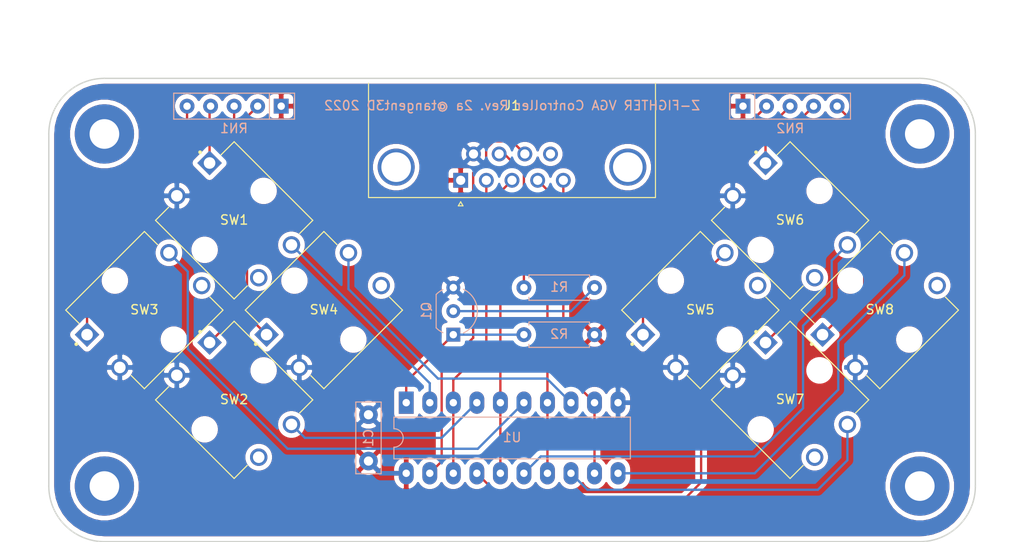
<source format=kicad_pcb>
(kicad_pcb (version 20171130) (host pcbnew 5.1.10)
  (layers (0 F.Cu signal) (31 B.Cu signal) (34 B.Paste user) (35 F.Paste user) (36 B.SilkS user) (37 F.SilkS user) (38 B.Mask user) (39 F.Mask user) (44 Edge.Cuts user))
  (net 0 "")
  (net 1 VCC)
  (net 2 GND)
  (net 3 "Net-(J1-Pad9)")
  (net 4 "Net-(Q1-Pad2)")
  (net 5 "Net-(SW5-Pad4)")
  (net 6 "Net-(SW6-Pad4)")
  (net 7 "Net-(SW1-Pad4)")
  (net 8 "Net-(SW2-Pad4)")
  (net 9 "Net-(SW3-Pad4)")
  (net 10 "Net-(SW4-Pad4)")
  (net 11 PA0)
  (net 12 PA1)
  (net 13 PA2)
  (net 14 PA3)
  (net 15 EN1)
  (net 16 EN2)
  (net 17 ~EN1)
  (net 18 1A1)
  (net 19 1A2)
  (net 20 1A3)
  (net 21 1A4)
  (net 22 2A1)
  (net 23 2A2)
  (net 24 "Net-(SW7-Pad4)")
  (net 25 2A3)
  (net 26 2A4)
  (net 27 "Net-(SW8-Pad4)")
  (net 28 "Net-(RN2-Pad5)")
  (net 29 "Net-(RN2-Pad4)")
  (net 30 "Net-(RN2-Pad3)")
  (net 31 "Net-(RN2-Pad2)")
  (net 32 SW4)
  (net 33 SW2)
  (net 34 SW1)
  (net 35 SW3)
  (module Package_DIP:DIP-20_W7.62mm_LongPads (layer B.Cu) (at 178.575 65 270)
    (fp_text reference U1 (at 3.75 -11.425) (layer B.SilkS) (effects (justify mirror)))
    (fp_text value 74HC241)
    (fp_arc (start 3.81 1.33) (end 2.81 1.33) (angle 180) (layer B.SilkS) (width 0.12))
    (fp_line (start 2.81 1.33) (end 1.56 1.33) (layer B.SilkS) (width 0.12))
    (fp_line (start 1.56 1.33) (end 1.56 -24.19) (layer B.SilkS) (width 0.12))
    (fp_line (start 1.56 -24.19) (end 6.06 -24.19) (layer B.SilkS) (width 0.12))
    (fp_line (start 6.06 -24.19) (end 6.06 1.33) (layer B.SilkS) (width 0.12))
    (fp_line (start 6.06 1.33) (end 4.81 1.33) (layer B.SilkS) (width 0.12))
    (pad 20 thru_hole oval (at 7.62 0 270) (size 2.4 1.6) (drill 0.8) (layers *.Cu *.Mask) (net 1 VCC))
    (pad 10 thru_hole oval (at 0 -22.86 270) (size 2.4 1.6) (drill 0.8) (layers *.Cu *.Mask) (net 2 GND))
    (pad 19 thru_hole oval (at 7.62 -2.54 270) (size 2.4 1.6) (drill 0.8) (layers *.Cu *.Mask) (net 16 EN2))
    (pad 9 thru_hole oval (at 0 -20.32 270) (size 2.4 1.6) (drill 0.8) (layers *.Cu *.Mask) (net 14 PA3))
    (pad 18 thru_hole oval (at 7.62 -5.08 270) (size 2.4 1.6) (drill 0.8) (layers *.Cu *.Mask) (net 11 PA0))
    (pad 8 thru_hole oval (at 0 -17.78 270) (size 2.4 1.6) (drill 0.8) (layers *.Cu *.Mask) (net 21 1A4))
    (pad 17 thru_hole oval (at 7.62 -7.62 270) (size 2.4 1.6) (drill 0.8) (layers *.Cu *.Mask) (net 22 2A1))
    (pad 7 thru_hole oval (at 0 -15.24 270) (size 2.4 1.6) (drill 0.8) (layers *.Cu *.Mask) (net 13 PA2))
    (pad 16 thru_hole oval (at 7.62 -10.16 270) (size 2.4 1.6) (drill 0.8) (layers *.Cu *.Mask) (net 12 PA1))
    (pad 6 thru_hole oval (at 0 -12.7 270) (size 2.4 1.6) (drill 0.8) (layers *.Cu *.Mask) (net 20 1A3))
    (pad 15 thru_hole oval (at 7.62 -12.7 270) (size 2.4 1.6) (drill 0.8) (layers *.Cu *.Mask) (net 23 2A2))
    (pad 5 thru_hole oval (at 0 -10.16 270) (size 2.4 1.6) (drill 0.8) (layers *.Cu *.Mask) (net 12 PA1))
    (pad 14 thru_hole oval (at 7.62 -15.24 270) (size 2.4 1.6) (drill 0.8) (layers *.Cu *.Mask) (net 13 PA2))
    (pad 4 thru_hole oval (at 0 -7.62 270) (size 2.4 1.6) (drill 0.8) (layers *.Cu *.Mask) (net 19 1A2))
    (pad 13 thru_hole oval (at 7.62 -17.78 270) (size 2.4 1.6) (drill 0.8) (layers *.Cu *.Mask) (net 25 2A3))
    (pad 3 thru_hole oval (at 0 -5.08 270) (size 2.4 1.6) (drill 0.8) (layers *.Cu *.Mask) (net 11 PA0))
    (pad 12 thru_hole oval (at 7.62 -20.32 270) (size 2.4 1.6) (drill 0.8) (layers *.Cu *.Mask) (net 14 PA3))
    (pad 2 thru_hole oval (at 0 -2.54 270) (size 2.4 1.6) (drill 0.8) (layers *.Cu *.Mask) (net 18 1A1))
    (pad 11 thru_hole oval (at 7.62 -22.86 270) (size 2.4 1.6) (drill 0.8) (layers *.Cu *.Mask) (net 26 2A4))
    (pad 1 thru_hole rect (at 0 0 270) (size 2.4 1.6) (drill 0.8) (layers *.Cu *.Mask) (net 17 ~EN1))
  )
  (module zf_vga_controller:SW_B3F-4050 (layer F.Cu) (at 210.314393 55.010048 45)
    (fp_text reference SW5 (at 0.033749 -0.033749 180) (layer F.SilkS))
    (fp_text value SW_Push_Dual)
    (fp_line (start -6 -4) (end -6 -6) (layer F.SilkS) (width 0.127))
    (fp_line (start -6 -6) (end 6 -6) (layer F.SilkS) (width 0.127))
    (fp_line (start 6 -6) (end 6 -4) (layer F.SilkS) (width 0.127))
    (fp_line (start -6 4) (end -6 6) (layer F.SilkS) (width 0.127))
    (fp_line (start -6 6) (end 6 6) (layer F.SilkS) (width 0.127))
    (fp_line (start 6 6) (end 6 4) (layer F.SilkS) (width 0.127))
    (fp_circle (center -7.8 -2.6) (end -7.7 -2.6) (layer F.SilkS) (width 0.2))
    (pad None np_thru_hole circle (at 0 4.5 45) (size 1.85 1.85) (drill 1.85) (layers *.Cu *.Mask))
    (pad None np_thru_hole circle (at 0 -4.5 45) (size 1.85 1.85) (drill 1.85) (layers *.Cu *.Mask))
    (pad 4 thru_hole circle (at 6.25 2.5 45) (size 1.875 1.875) (drill 1.25) (layers *.Cu *.Mask) (net 5 "Net-(SW5-Pad4)"))
    (pad 2 thru_hole circle (at 6.25 -2.5 45) (size 1.875 1.875) (drill 1.25) (layers *.Cu *.Mask) (net 22 2A1))
    (pad 3 thru_hole circle (at -6.25 2.5 45) (size 1.875 1.875) (drill 1.25) (layers *.Cu *.Mask) (net 2 GND))
    (pad 1 thru_hole rect (at -6.25 -2.5 45) (size 1.875 1.875) (drill 1.25) (layers *.Cu *.Mask) (net 31 "Net-(RN2-Pad2)"))
  )
  (module zf_vga_controller:SW_B3F-4050 (layer F.Cu) (at 220.001757 45.322685 315)
    (fp_text reference SW6 (at -0.03375 -0.03375) (layer F.SilkS))
    (fp_text value SW_Push_Dual)
    (fp_circle (center -7.8 -2.6) (end -7.7 -2.6) (layer F.SilkS) (width 0.2))
    (fp_line (start 6 6) (end 6 4) (layer F.SilkS) (width 0.127))
    (fp_line (start -6 6) (end 6 6) (layer F.SilkS) (width 0.127))
    (fp_line (start -6 4) (end -6 6) (layer F.SilkS) (width 0.127))
    (fp_line (start 6 -6) (end 6 -4) (layer F.SilkS) (width 0.127))
    (fp_line (start -6 -6) (end 6 -6) (layer F.SilkS) (width 0.127))
    (fp_line (start -6 -4) (end -6 -6) (layer F.SilkS) (width 0.127))
    (pad 1 thru_hole rect (at -6.25 -2.5 315) (size 1.875 1.875) (drill 1.25) (layers *.Cu *.Mask) (net 30 "Net-(RN2-Pad3)"))
    (pad 3 thru_hole circle (at -6.25 2.5 315) (size 1.875 1.875) (drill 1.25) (layers *.Cu *.Mask) (net 2 GND))
    (pad 2 thru_hole circle (at 6.25 -2.5 315) (size 1.875 1.875) (drill 1.25) (layers *.Cu *.Mask) (net 23 2A2))
    (pad 4 thru_hole circle (at 6.25 2.5 315) (size 1.875 1.875) (drill 1.25) (layers *.Cu *.Mask) (net 6 "Net-(SW6-Pad4)"))
    (pad None np_thru_hole circle (at 0 -4.5 315) (size 1.85 1.85) (drill 1.85) (layers *.Cu *.Mask))
    (pad None np_thru_hole circle (at 0 4.5 315) (size 1.85 1.85) (drill 1.85) (layers *.Cu *.Mask))
  )
  (module MountingHole:MountingHole_3.2mm_M3_Pad (layer F.Cu) (at 234 74)
    (fp_text reference Mount1 hide)
    (fp_text value MountingHole_3.2mm_M3_Pad)
    (pad 1 thru_hole circle (at 0 0) (size 6.4 6.4) (drill 3.200001) (layers *.Cu *.Mask))
  )
  (module MountingHole:MountingHole_3.2mm_M3_Pad (layer F.Cu) (at 234 36)
    (fp_text reference Mount1 hide)
    (fp_text value MountingHole_3.2mm_M3_Pad)
    (pad 1 thru_hole circle (at 0 0) (size 6.4 6.4) (drill 3.200001) (layers *.Cu *.Mask))
  )
  (module zf_vga_controller:SW_B3F-4050 (layer F.Cu) (at 160.001757 45.322685 315)
    (fp_text reference SW1 (at -0.03375 -0.03375) (layer F.SilkS))
    (fp_text value SW_Push_Dual)
    (fp_circle (center -7.8 -2.6) (end -7.7 -2.6) (layer F.SilkS) (width 0.2))
    (fp_line (start 6 6) (end 6 4) (layer F.SilkS) (width 0.127))
    (fp_line (start -6 6) (end 6 6) (layer F.SilkS) (width 0.127))
    (fp_line (start -6 4) (end -6 6) (layer F.SilkS) (width 0.127))
    (fp_line (start 6 -6) (end 6 -4) (layer F.SilkS) (width 0.127))
    (fp_line (start -6 -6) (end 6 -6) (layer F.SilkS) (width 0.127))
    (fp_line (start -6 -4) (end -6 -6) (layer F.SilkS) (width 0.127))
    (pad None np_thru_hole circle (at 0 4.5 315) (size 1.85 1.85) (drill 1.85) (layers *.Cu *.Mask))
    (pad None np_thru_hole circle (at 0 -4.5 315) (size 1.85 1.85) (drill 1.85) (layers *.Cu *.Mask))
    (pad 4 thru_hole circle (at 6.25 2.5 315) (size 1.875 1.875) (drill 1.25) (layers *.Cu *.Mask) (net 7 "Net-(SW1-Pad4)"))
    (pad 2 thru_hole circle (at 6.25 -2.5 315) (size 1.875 1.875) (drill 1.25) (layers *.Cu *.Mask) (net 18 1A1))
    (pad 3 thru_hole circle (at -6.25 2.5 315) (size 1.875 1.875) (drill 1.25) (layers *.Cu *.Mask) (net 2 GND))
    (pad 1 thru_hole rect (at -6.25 -2.5 315) (size 1.875 1.875) (drill 1.25) (layers *.Cu *.Mask) (net 34 SW1))
  )
  (module zf_vga_controller:SW_B3F-4050 (layer F.Cu) (at 160.001757 64.697411 315)
    (fp_text reference SW2 (at -0.033749 -0.033749) (layer F.SilkS))
    (fp_text value SW_Push_Dual)
    (fp_line (start -6 -4) (end -6 -6) (layer F.SilkS) (width 0.127))
    (fp_line (start -6 -6) (end 6 -6) (layer F.SilkS) (width 0.127))
    (fp_line (start 6 -6) (end 6 -4) (layer F.SilkS) (width 0.127))
    (fp_line (start -6 4) (end -6 6) (layer F.SilkS) (width 0.127))
    (fp_line (start -6 6) (end 6 6) (layer F.SilkS) (width 0.127))
    (fp_line (start 6 6) (end 6 4) (layer F.SilkS) (width 0.127))
    (fp_circle (center -7.8 -2.6) (end -7.7 -2.6) (layer F.SilkS) (width 0.2))
    (pad 1 thru_hole rect (at -6.25 -2.5 315) (size 1.875 1.875) (drill 1.25) (layers *.Cu *.Mask) (net 33 SW2))
    (pad 3 thru_hole circle (at -6.25 2.5 315) (size 1.875 1.875) (drill 1.25) (layers *.Cu *.Mask) (net 2 GND))
    (pad 2 thru_hole circle (at 6.25 -2.5 315) (size 1.875 1.875) (drill 1.25) (layers *.Cu *.Mask) (net 19 1A2))
    (pad 4 thru_hole circle (at 6.25 2.5 315) (size 1.875 1.875) (drill 1.25) (layers *.Cu *.Mask) (net 8 "Net-(SW2-Pad4)"))
    (pad None np_thru_hole circle (at 0 -4.5 315) (size 1.85 1.85) (drill 1.85) (layers *.Cu *.Mask))
    (pad None np_thru_hole circle (at 0 4.5 315) (size 1.85 1.85) (drill 1.85) (layers *.Cu *.Mask))
  )
  (module zf_vga_controller:SW_B3F-4050 (layer F.Cu) (at 150.314393 55.010048 45)
    (fp_text reference SW3 (at 0.033749 -0.033749 180) (layer F.SilkS))
    (fp_text value SW_Push_Dual)
    (fp_line (start -6 -4) (end -6 -6) (layer F.SilkS) (width 0.127))
    (fp_line (start -6 -6) (end 6 -6) (layer F.SilkS) (width 0.127))
    (fp_line (start 6 -6) (end 6 -4) (layer F.SilkS) (width 0.127))
    (fp_line (start -6 4) (end -6 6) (layer F.SilkS) (width 0.127))
    (fp_line (start -6 6) (end 6 6) (layer F.SilkS) (width 0.127))
    (fp_line (start 6 6) (end 6 4) (layer F.SilkS) (width 0.127))
    (fp_circle (center -7.8 -2.6) (end -7.7 -2.6) (layer F.SilkS) (width 0.2))
    (pad 1 thru_hole rect (at -6.25 -2.5 45) (size 1.875 1.875) (drill 1.25) (layers *.Cu *.Mask) (net 35 SW3))
    (pad 3 thru_hole circle (at -6.25 2.5 45) (size 1.875 1.875) (drill 1.25) (layers *.Cu *.Mask) (net 2 GND))
    (pad 2 thru_hole circle (at 6.25 -2.5 45) (size 1.875 1.875) (drill 1.25) (layers *.Cu *.Mask) (net 20 1A3))
    (pad 4 thru_hole circle (at 6.25 2.5 45) (size 1.875 1.875) (drill 1.25) (layers *.Cu *.Mask) (net 9 "Net-(SW3-Pad4)"))
    (pad None np_thru_hole circle (at 0 -4.5 45) (size 1.85 1.85) (drill 1.85) (layers *.Cu *.Mask))
    (pad None np_thru_hole circle (at 0 4.5 45) (size 1.85 1.85) (drill 1.85) (layers *.Cu *.Mask))
  )
  (module zf_vga_controller:SW_B3F-4050 (layer F.Cu) (at 169.68912 55.010048 45)
    (fp_text reference SW4 (at 0.033749 -0.033749 180) (layer F.SilkS))
    (fp_text value SW_Push_Dual)
    (fp_line (start -6 -4) (end -6 -6) (layer F.SilkS) (width 0.127))
    (fp_line (start -6 -6) (end 6 -6) (layer F.SilkS) (width 0.127))
    (fp_line (start 6 -6) (end 6 -4) (layer F.SilkS) (width 0.127))
    (fp_line (start -6 4) (end -6 6) (layer F.SilkS) (width 0.127))
    (fp_line (start -6 6) (end 6 6) (layer F.SilkS) (width 0.127))
    (fp_line (start 6 6) (end 6 4) (layer F.SilkS) (width 0.127))
    (fp_circle (center -7.8 -2.6) (end -7.7 -2.6) (layer F.SilkS) (width 0.2))
    (pad 1 thru_hole rect (at -6.25 -2.5 45) (size 1.875 1.875) (drill 1.25) (layers *.Cu *.Mask) (net 32 SW4))
    (pad 3 thru_hole circle (at -6.25 2.5 45) (size 1.875 1.875) (drill 1.25) (layers *.Cu *.Mask) (net 2 GND))
    (pad 2 thru_hole circle (at 6.25 -2.5 45) (size 1.875 1.875) (drill 1.25) (layers *.Cu *.Mask) (net 21 1A4))
    (pad 4 thru_hole circle (at 6.25 2.5 45) (size 1.875 1.875) (drill 1.25) (layers *.Cu *.Mask) (net 10 "Net-(SW4-Pad4)"))
    (pad None np_thru_hole circle (at 0 -4.5 45) (size 1.85 1.85) (drill 1.85) (layers *.Cu *.Mask))
    (pad None np_thru_hole circle (at 0 4.5 45) (size 1.85 1.85) (drill 1.85) (layers *.Cu *.Mask))
  )
  (module MountingHole:MountingHole_3.2mm_M3_Pad (layer F.Cu) (at 146 74)
    (fp_text reference Mount1 hide)
    (fp_text value MountingHole_3.2mm_M3_Pad)
    (pad 1 thru_hole circle (at 0 0) (size 6.4 6.4) (drill 3.200001) (layers *.Cu *.Mask))
  )
  (module MountingHole:MountingHole_3.2mm_M3_Pad (layer F.Cu) (at 146 36)
    (fp_text reference Mount1 hide)
    (fp_text value MountingHole_3.2mm_M3_Pad)
    (pad 1 thru_hole circle (at 0 0) (size 6.4 6.4) (drill 3.200001) (layers *.Cu *.Mask))
  )
  (module zf_vga_controller:SW_B3F-4050 (layer F.Cu) (at 220.001757 64.697411 315)
    (fp_text reference SW7 (at -0.04773 -0.04773) (layer F.SilkS))
    (fp_text value SW_Push_Dual)
    (fp_line (start -6 -4) (end -6 -6) (layer F.SilkS) (width 0.127))
    (fp_line (start -6 -6) (end 6 -6) (layer F.SilkS) (width 0.127))
    (fp_line (start 6 -6) (end 6 -4) (layer F.SilkS) (width 0.127))
    (fp_line (start -6 4) (end -6 6) (layer F.SilkS) (width 0.127))
    (fp_line (start -6 6) (end 6 6) (layer F.SilkS) (width 0.127))
    (fp_line (start 6 6) (end 6 4) (layer F.SilkS) (width 0.127))
    (fp_circle (center -7.8 -2.6) (end -7.7 -2.6) (layer F.SilkS) (width 0.2))
    (pad None np_thru_hole circle (at 0 4.5 315) (size 1.85 1.85) (drill 1.85) (layers *.Cu *.Mask))
    (pad None np_thru_hole circle (at 0 -4.5 315) (size 1.85 1.85) (drill 1.85) (layers *.Cu *.Mask))
    (pad 4 thru_hole circle (at 6.25 2.5 315) (size 1.875 1.875) (drill 1.25) (layers *.Cu *.Mask) (net 24 "Net-(SW7-Pad4)"))
    (pad 2 thru_hole circle (at 6.25 -2.5 315) (size 1.875 1.875) (drill 1.25) (layers *.Cu *.Mask) (net 25 2A3))
    (pad 3 thru_hole circle (at -6.25 2.5 315) (size 1.875 1.875) (drill 1.25) (layers *.Cu *.Mask) (net 2 GND))
    (pad 1 thru_hole rect (at -6.25 -2.5 315) (size 1.875 1.875) (drill 1.25) (layers *.Cu *.Mask) (net 29 "Net-(RN2-Pad4)"))
  )
  (module zf_vga_controller:SW_B3F-4050 (layer F.Cu) (at 229.68912 55.010048 45)
    (fp_text reference SW8 (at 0.04773 -0.04773 180) (layer F.SilkS))
    (fp_text value SW_Push_Dual)
    (fp_circle (center -7.8 -2.6) (end -7.7 -2.6) (layer F.SilkS) (width 0.2))
    (fp_line (start 6 6) (end 6 4) (layer F.SilkS) (width 0.127))
    (fp_line (start -6 6) (end 6 6) (layer F.SilkS) (width 0.127))
    (fp_line (start -6 4) (end -6 6) (layer F.SilkS) (width 0.127))
    (fp_line (start 6 -6) (end 6 -4) (layer F.SilkS) (width 0.127))
    (fp_line (start -6 -6) (end 6 -6) (layer F.SilkS) (width 0.127))
    (fp_line (start -6 -4) (end -6 -6) (layer F.SilkS) (width 0.127))
    (pad 1 thru_hole rect (at -6.25 -2.5 45) (size 1.875 1.875) (drill 1.25) (layers *.Cu *.Mask) (net 28 "Net-(RN2-Pad5)"))
    (pad 3 thru_hole circle (at -6.25 2.5 45) (size 1.875 1.875) (drill 1.25) (layers *.Cu *.Mask) (net 2 GND))
    (pad 2 thru_hole circle (at 6.25 -2.5 45) (size 1.875 1.875) (drill 1.25) (layers *.Cu *.Mask) (net 26 2A4))
    (pad 4 thru_hole circle (at 6.25 2.5 45) (size 1.875 1.875) (drill 1.25) (layers *.Cu *.Mask) (net 27 "Net-(SW8-Pad4)"))
    (pad None np_thru_hole circle (at 0 -4.5 45) (size 1.85 1.85) (drill 1.85) (layers *.Cu *.Mask))
    (pad None np_thru_hole circle (at 0 4.5 45) (size 1.85 1.85) (drill 1.85) (layers *.Cu *.Mask))
  )
  (module Capacitor_THT:C_Disc_D7.5mm_W2.5mm_P5.00mm (layer B.Cu) (at 174.5 71.3 90)
    (fp_text reference C1 (at 2.5 0 90) (layer B.SilkS) (effects (justify mirror)))
    (fp_text value 0.1uF)
    (fp_line (start 6.37 1.37) (end 6.37 -1.37) (layer B.SilkS) (width 0.12))
    (fp_line (start -1.37 1.37) (end -1.37 -1.37) (layer B.SilkS) (width 0.12))
    (fp_line (start -1.37 -1.37) (end 6.37 -1.37) (layer B.SilkS) (width 0.12))
    (fp_line (start -1.37 1.37) (end 6.37 1.37) (layer B.SilkS) (width 0.12))
    (pad 2 thru_hole circle (at 5 0 90) (size 2 2) (drill 1) (layers *.Cu *.Mask) (net 2 GND))
    (pad 1 thru_hole circle (at 0 0 90) (size 2 2) (drill 1) (layers *.Cu *.Mask) (net 1 VCC))
  )
  (module Connector_Dsub:DSUB-9_Female_Horizontal_P2.77x2.84mm_EdgePinOffset7.70mm_Housed_MountingHolesOffset9.12mm (layer F.Cu) (at 184.45 41 180)
    (fp_text reference J1 (at -5.55 8.0675) (layer F.SilkS))
    (fp_text value DB9_Female)
    (fp_line (start -21.025 10.48) (end -21.025 -1.86) (layer F.SilkS) (width 0.12))
    (fp_line (start -21.025 -1.86) (end 9.945 -1.86) (layer F.SilkS) (width 0.12))
    (fp_line (start 9.945 -1.86) (end 9.945 10.48) (layer F.SilkS) (width 0.12))
    (fp_line (start -0.25 -2.754338) (end 0.25 -2.754338) (layer F.SilkS) (width 0.12))
    (fp_line (start 0.25 -2.754338) (end 0 -2.321325) (layer F.SilkS) (width 0.12))
    (fp_line (start 0 -2.321325) (end -0.25 -2.754338) (layer F.SilkS) (width 0.12))
    (pad 1 thru_hole rect (at 0 0 180) (size 1.6 1.6) (drill 1) (layers *.Cu *.Mask) (net 1 VCC))
    (pad 2 thru_hole circle (at -2.77 0 180) (size 1.6 1.6) (drill 1) (layers *.Cu *.Mask) (net 11 PA0))
    (pad 3 thru_hole circle (at -5.54 0 180) (size 1.6 1.6) (drill 1) (layers *.Cu *.Mask) (net 12 PA1))
    (pad 4 thru_hole circle (at -8.31 0 180) (size 1.6 1.6) (drill 1) (layers *.Cu *.Mask) (net 13 PA2))
    (pad 5 thru_hole circle (at -11.08 0 180) (size 1.6 1.6) (drill 1) (layers *.Cu *.Mask) (net 14 PA3))
    (pad 6 thru_hole circle (at -1.385 2.84 180) (size 1.6 1.6) (drill 1) (layers *.Cu *.Mask) (net 2 GND))
    (pad 7 thru_hole circle (at -4.155 2.84 180) (size 1.6 1.6) (drill 1) (layers *.Cu *.Mask) (net 15 EN1))
    (pad 8 thru_hole circle (at -6.925 2.84 180) (size 1.6 1.6) (drill 1) (layers *.Cu *.Mask) (net 16 EN2))
    (pad 9 thru_hole circle (at -9.695 2.84 180) (size 1.6 1.6) (drill 1) (layers *.Cu *.Mask) (net 3 "Net-(J1-Pad9)"))
    (pad 0 thru_hole circle (at -18.04 1.42 180) (size 4 4) (drill 3.2) (layers *.Cu *.Mask))
    (pad 0 thru_hole circle (at 6.96 1.42 180) (size 4 4) (drill 3.2) (layers *.Cu *.Mask))
  )
  (module Package_TO_SOT_THT:TO-92_Inline_Wide (layer B.Cu) (at 183.655 57.661698 90)
    (fp_text reference Q1 (at 2.54 -2.905 90) (layer B.SilkS) (effects (justify mirror)))
    (fp_text value BC547)
    (fp_line (start 0.74 -1.85) (end 4.34 -1.85) (layer B.SilkS) (width 0.12))
    (fp_arc (start 2.54 0) (end 0.74 -1.85) (angle -20) (layer B.SilkS) (width 0.12))
    (fp_arc (start 2.54 0) (end 2.54 2.6) (angle 65) (layer B.SilkS) (width 0.12))
    (fp_arc (start 2.54 0) (end 2.54 2.6) (angle -65) (layer B.SilkS) (width 0.12))
    (fp_arc (start 2.54 0) (end 4.34 -1.85) (angle 20) (layer B.SilkS) (width 0.12))
    (pad 2 thru_hole circle (at 2.54 0 90) (size 1.5 1.5) (drill 0.8) (layers *.Cu *.Mask) (net 4 "Net-(Q1-Pad2)"))
    (pad 3 thru_hole circle (at 5.08 0 90) (size 1.5 1.5) (drill 0.8) (layers *.Cu *.Mask) (net 2 GND))
    (pad 1 thru_hole rect (at 0 0 90) (size 1.5 1.5) (drill 0.8) (layers *.Cu *.Mask) (net 17 ~EN1))
  )
  (module Resistor_THT:R_Axial_DIN0207_L6.3mm_D2.5mm_P7.62mm_Horizontal (layer B.Cu) (at 198.895 52.581698 180)
    (fp_text reference R1 (at 3.81 0.0675) (layer B.SilkS) (effects (justify mirror)))
    (fp_text value 1KΩ)
    (fp_line (start 0.54 1.04) (end 0.54 1.37) (layer B.SilkS) (width 0.12))
    (fp_line (start 0.54 1.37) (end 7.08 1.37) (layer B.SilkS) (width 0.12))
    (fp_line (start 7.08 1.37) (end 7.08 1.04) (layer B.SilkS) (width 0.12))
    (fp_line (start 0.54 -1.04) (end 0.54 -1.37) (layer B.SilkS) (width 0.12))
    (fp_line (start 0.54 -1.37) (end 7.08 -1.37) (layer B.SilkS) (width 0.12))
    (fp_line (start 7.08 -1.37) (end 7.08 -1.04) (layer B.SilkS) (width 0.12))
    (pad 1 thru_hole circle (at 0 0 180) (size 1.6 1.6) (drill 0.8) (layers *.Cu *.Mask) (net 4 "Net-(Q1-Pad2)"))
    (pad 2 thru_hole oval (at 7.62 0 180) (size 1.6 1.6) (drill 0.8) (layers *.Cu *.Mask) (net 15 EN1))
  )
  (module Resistor_THT:R_Axial_DIN0207_L6.3mm_D2.5mm_P7.62mm_Horizontal (layer B.Cu) (at 198.895 57.661698 180)
    (fp_text reference R2 (at 3.81 0.0675) (layer B.SilkS) (effects (justify mirror)))
    (fp_text value 1KΩ)
    (fp_line (start 7.08 -1.37) (end 7.08 -1.04) (layer B.SilkS) (width 0.12))
    (fp_line (start 0.54 -1.37) (end 7.08 -1.37) (layer B.SilkS) (width 0.12))
    (fp_line (start 0.54 -1.04) (end 0.54 -1.37) (layer B.SilkS) (width 0.12))
    (fp_line (start 7.08 1.37) (end 7.08 1.04) (layer B.SilkS) (width 0.12))
    (fp_line (start 0.54 1.37) (end 7.08 1.37) (layer B.SilkS) (width 0.12))
    (fp_line (start 0.54 1.04) (end 0.54 1.37) (layer B.SilkS) (width 0.12))
    (pad 2 thru_hole oval (at 7.62 0 180) (size 1.6 1.6) (drill 0.8) (layers *.Cu *.Mask) (net 17 ~EN1))
    (pad 1 thru_hole circle (at 0 0 180) (size 1.6 1.6) (drill 0.8) (layers *.Cu *.Mask) (net 1 VCC))
  )
  (module Resistor_THT:R_Array_SIP5 (layer B.Cu) (at 165.08 33 180)
    (fp_text reference RN1 (at 5.1 -2.4) (layer B.SilkS) (effects (justify mirror)))
    (fp_text value R_Network04)
    (fp_line (start -1.44 1.4) (end -1.44 -1.4) (layer B.SilkS) (width 0.12))
    (fp_line (start -1.44 -1.4) (end 11.6 -1.4) (layer B.SilkS) (width 0.12))
    (fp_line (start 11.6 -1.4) (end 11.6 1.4) (layer B.SilkS) (width 0.12))
    (fp_line (start 11.6 1.4) (end -1.44 1.4) (layer B.SilkS) (width 0.12))
    (fp_line (start 1.27 1.4) (end 1.27 -1.4) (layer B.SilkS) (width 0.12))
    (pad 1 thru_hole rect (at 0 0 180) (size 1.6 1.6) (drill 0.8) (layers *.Cu *.Mask) (net 1 VCC))
    (pad 2 thru_hole oval (at 2.54 0 180) (size 1.6 1.6) (drill 0.8) (layers *.Cu *.Mask) (net 32 SW4))
    (pad 3 thru_hole oval (at 5.08 0 180) (size 1.6 1.6) (drill 0.8) (layers *.Cu *.Mask) (net 33 SW2))
    (pad 4 thru_hole oval (at 7.62 0 180) (size 1.6 1.6) (drill 0.8) (layers *.Cu *.Mask) (net 34 SW1))
    (pad 5 thru_hole oval (at 10.16 0 180) (size 1.6 1.6) (drill 0.8) (layers *.Cu *.Mask) (net 35 SW3))
  )
  (module Resistor_THT:R_Array_SIP5 (layer B.Cu) (at 214.92 33)
    (fp_text reference RN2 (at 5.1 2.4) (layer B.SilkS) (effects (justify mirror)))
    (fp_text value R_Network04)
    (fp_line (start 1.27 1.4) (end 1.27 -1.4) (layer B.SilkS) (width 0.12))
    (fp_line (start 11.6 1.4) (end -1.44 1.4) (layer B.SilkS) (width 0.12))
    (fp_line (start 11.6 -1.4) (end 11.6 1.4) (layer B.SilkS) (width 0.12))
    (fp_line (start -1.44 -1.4) (end 11.6 -1.4) (layer B.SilkS) (width 0.12))
    (fp_line (start -1.44 1.4) (end -1.44 -1.4) (layer B.SilkS) (width 0.12))
    (pad 5 thru_hole oval (at 10.16 0) (size 1.6 1.6) (drill 0.8) (layers *.Cu *.Mask) (net 28 "Net-(RN2-Pad5)"))
    (pad 4 thru_hole oval (at 7.62 0) (size 1.6 1.6) (drill 0.8) (layers *.Cu *.Mask) (net 29 "Net-(RN2-Pad4)"))
    (pad 3 thru_hole oval (at 5.08 0) (size 1.6 1.6) (drill 0.8) (layers *.Cu *.Mask) (net 30 "Net-(RN2-Pad3)"))
    (pad 2 thru_hole oval (at 2.54 0) (size 1.6 1.6) (drill 0.8) (layers *.Cu *.Mask) (net 31 "Net-(RN2-Pad2)"))
    (pad 1 thru_hole rect (at 0 0) (size 1.6 1.6) (drill 0.8) (layers *.Cu *.Mask) (net 1 VCC))
  )
  (gr_text "Z-FIGHTER VGA Controller Rev. 2a @tangent3D 2022" (at 190 32.9325) (layer B.SilkS) (effects (font (size 1 1)) (justify mirror)))
  (gr_arc (start 234 36) (end 240 36) (angle -90) (layer Edge.Cuts) (width 0.15))
  (gr_arc (start 234 74) (end 234 80) (angle -90) (layer Edge.Cuts) (width 0.15))
  (gr_arc (start 146 74) (end 140 74) (angle -90) (layer Edge.Cuts) (width 0.15))
  (gr_arc (start 146 36) (end 146 30) (angle -90) (layer Edge.Cuts) (width 0.15))
  (gr_line (start 140 74) (end 140 36) (layer Edge.Cuts) (width 0.15))
  (gr_line (start 234 80) (end 146 80) (layer Edge.Cuts) (width 0.15))
  (gr_line (start 240 36) (end 240 74) (layer Edge.Cuts) (width 0.15))
  (gr_line (start 146 30) (end 234 30) (layer Edge.Cuts) (width 0.15))
  (segment (start 175.82 72.62) (end 174.5 71.3) (width 0.5) (layer B.Cu) (net 1))
  (segment (start 178.575 72.62) (end 175.82 72.62) (width 0.5) (layer B.Cu) (net 1))
  (segment (start 196.355 55.121698) (end 198.895 52.581698) (width 0.25) (layer B.Cu) (net 4))
  (segment (start 183.655 55.121698) (end 196.355 55.121698) (width 0.25) (layer B.Cu) (net 4))
  (segment (start 183.655 65) (end 183.655 72.62) (width 0.25) (layer F.Cu) (net 11))
  (segment (start 187.22 58.98) (end 187.22 41) (width 0.25) (layer F.Cu) (net 11))
  (segment (start 183.655 62.545) (end 187.22 58.98) (width 0.25) (layer F.Cu) (net 11))
  (segment (start 183.655 65) (end 183.655 62.545) (width 0.25) (layer F.Cu) (net 11))
  (segment (start 188.735 65) (end 188.735 72.62) (width 0.25) (layer F.Cu) (net 12))
  (segment (start 188.735 42.255) (end 189.99 41) (width 0.25) (layer F.Cu) (net 12))
  (segment (start 188.735 65) (end 188.735 42.255) (width 0.25) (layer F.Cu) (net 12))
  (segment (start 193.815 65) (end 193.815 72.62) (width 0.25) (layer F.Cu) (net 13))
  (segment (start 193.815 42.055) (end 192.76 41) (width 0.25) (layer F.Cu) (net 13))
  (segment (start 193.815 65) (end 193.815 42.055) (width 0.25) (layer F.Cu) (net 13))
  (segment (start 198.895 65) (end 198.895 72.62) (width 0.25) (layer F.Cu) (net 14))
  (segment (start 195.53 61.635) (end 198.895 65) (width 0.25) (layer F.Cu) (net 14))
  (segment (start 195.53 41) (end 195.53 61.635) (width 0.25) (layer F.Cu) (net 14))
  (segment (start 191.275 40.275) (end 191.275 52.581698) (width 0.25) (layer F.Cu) (net 15))
  (segment (start 189.16 38.16) (end 191.275 40.275) (width 0.25) (layer F.Cu) (net 15))
  (segment (start 188.605 38.16) (end 189.16 38.16) (width 0.25) (layer F.Cu) (net 15))
  (segment (start 190.015 36.8) (end 191.375 38.16) (width 0.25) (layer F.Cu) (net 16))
  (segment (start 187.2 37.6) (end 188 36.8) (width 0.25) (layer F.Cu) (net 16))
  (segment (start 185.8 58) (end 185.8 40.2) (width 0.25) (layer F.Cu) (net 16))
  (segment (start 187.2 38.8) (end 187.2 37.6) (width 0.25) (layer F.Cu) (net 16))
  (segment (start 182.4 61.4) (end 185.8 58) (width 0.25) (layer F.Cu) (net 16))
  (segment (start 188 36.8) (end 190.015 36.8) (width 0.25) (layer F.Cu) (net 16))
  (segment (start 185.8 40.2) (end 187.2 38.8) (width 0.25) (layer F.Cu) (net 16))
  (segment (start 182.4 71.335) (end 182.4 61.4) (width 0.25) (layer F.Cu) (net 16))
  (segment (start 181.115 72.62) (end 182.4 71.335) (width 0.25) (layer F.Cu) (net 16))
  (segment (start 191.275 57.661698) (end 183.655 57.661698) (width 0.25) (layer B.Cu) (net 17))
  (segment (start 178.575 62.741698) (end 183.655 57.661698) (width 0.25) (layer F.Cu) (net 17))
  (segment (start 178.575 65) (end 178.575 62.741698) (width 0.25) (layer F.Cu) (net 17))
  (segment (start 181.115 62.900394) (end 181.115 65) (width 0.25) (layer B.Cu) (net 18))
  (segment (start 166.188941 47.974335) (end 181.115 62.900394) (width 0.25) (layer B.Cu) (net 18))
  (segment (start 166.188941 67.349061) (end 167.63988 68.8) (width 0.25) (layer B.Cu) (net 19))
  (segment (start 182.395 68.8) (end 186.195 65) (width 0.25) (layer B.Cu) (net 19))
  (segment (start 167.63988 68.8) (end 182.395 68.8) (width 0.25) (layer B.Cu) (net 19))
  (segment (start 186.300001 69.974999) (end 191.275 65) (width 0.25) (layer B.Cu) (net 20))
  (segment (start 165.774999 69.974999) (end 186.300001 69.974999) (width 0.25) (layer B.Cu) (net 20))
  (segment (start 155 59.2) (end 165.774999 69.974999) (width 0.25) (layer B.Cu) (net 20))
  (segment (start 155 50.856821) (end 155 59.2) (width 0.25) (layer B.Cu) (net 20))
  (segment (start 152.966043 48.822864) (end 155 50.856821) (width 0.25) (layer B.Cu) (net 20))
  (segment (start 193.755 62.4) (end 196.355 65) (width 0.25) (layer B.Cu) (net 21))
  (segment (start 182 62.4) (end 193.755 62.4) (width 0.25) (layer B.Cu) (net 21))
  (segment (start 172.34077 52.74077) (end 182 62.4) (width 0.25) (layer B.Cu) (net 21))
  (segment (start 172.34077 48.822864) (end 172.34077 52.74077) (width 0.25) (layer B.Cu) (net 21))
  (segment (start 186.195 72.62) (end 188.975 75.4) (width 0.25) (layer F.Cu) (net 22))
  (segment (start 188.975 75.4) (end 208.6 75.4) (width 0.25) (layer F.Cu) (net 22))
  (segment (start 208.6 75.4) (end 210.4 73.6) (width 0.25) (layer F.Cu) (net 22))
  (segment (start 210.4 51.388907) (end 212.966043 48.822864) (width 0.25) (layer F.Cu) (net 22))
  (segment (start 210.4 73.6) (end 210.4 51.388907) (width 0.25) (layer F.Cu) (net 22))
  (segment (start 224.5 49.663276) (end 226.188941 47.974335) (width 0.25) (layer B.Cu) (net 23))
  (segment (start 224.5 53.6) (end 224.5 49.663276) (width 0.25) (layer B.Cu) (net 23))
  (segment (start 216.2 70.8) (end 221.4 65.6) (width 0.25) (layer B.Cu) (net 23))
  (segment (start 221.4 56.7) (end 224.5 53.6) (width 0.25) (layer B.Cu) (net 23))
  (segment (start 193.095 70.8) (end 216.2 70.8) (width 0.25) (layer B.Cu) (net 23))
  (segment (start 221.4 65.6) (end 221.4 56.7) (width 0.25) (layer B.Cu) (net 23))
  (segment (start 191.275 72.62) (end 193.095 70.8) (width 0.25) (layer B.Cu) (net 23))
  (segment (start 226.188941 71.211059) (end 226.188941 67.349061) (width 0.25) (layer B.Cu) (net 25))
  (segment (start 223 74.4) (end 226.188941 71.211059) (width 0.25) (layer B.Cu) (net 25))
  (segment (start 198.135 74.4) (end 223 74.4) (width 0.25) (layer B.Cu) (net 25))
  (segment (start 196.355 72.62) (end 198.135 74.4) (width 0.25) (layer B.Cu) (net 25))
  (segment (start 232.34077 51.25923) (end 232.34077 48.822864) (width 0.25) (layer B.Cu) (net 26))
  (segment (start 225.2 58.4) (end 232.34077 51.25923) (width 0.25) (layer B.Cu) (net 26))
  (segment (start 225.2 63.6) (end 225.2 58.4) (width 0.25) (layer B.Cu) (net 26))
  (segment (start 216.18 72.62) (end 225.2 63.6) (width 0.25) (layer B.Cu) (net 26))
  (segment (start 201.435 72.62) (end 216.18 72.62) (width 0.25) (layer B.Cu) (net 26))
  (segment (start 228 53.163634) (end 223.501936 57.661698) (width 0.25) (layer F.Cu) (net 28))
  (segment (start 228 35.92) (end 228 53.163634) (width 0.25) (layer F.Cu) (net 28))
  (segment (start 225.08 33) (end 228 35.92) (width 0.25) (layer F.Cu) (net 28))
  (segment (start 219.6 35.94) (end 222.54 33) (width 0.25) (layer F.Cu) (net 29))
  (segment (start 219.6 56.260334) (end 219.6 35.94) (width 0.25) (layer F.Cu) (net 29))
  (segment (start 217.350107 58.510227) (end 219.6 56.260334) (width 0.25) (layer F.Cu) (net 29))
  (segment (start 217.350107 35.649893) (end 220 33) (width 0.25) (layer F.Cu) (net 30))
  (segment (start 217.350107 39.135501) (end 217.350107 35.649893) (width 0.25) (layer F.Cu) (net 30))
  (segment (start 217.46 33) (end 215.077074 35.382926) (width 0.25) (layer F.Cu) (net 31))
  (segment (start 204.127209 46.332791) (end 217.46 33) (width 0.25) (layer F.Cu) (net 31))
  (segment (start 204.127209 57.661698) (end 204.127209 46.332791) (width 0.25) (layer F.Cu) (net 31))
  (segment (start 161.390906 55.550668) (end 163.501936 57.661698) (width 0.25) (layer F.Cu) (net 32))
  (segment (start 161.390906 34.149094) (end 161.390906 55.550668) (width 0.25) (layer F.Cu) (net 32))
  (segment (start 162.54 33) (end 161.390906 34.149094) (width 0.25) (layer F.Cu) (net 32))
  (segment (start 160 55.860334) (end 157.350107 58.510227) (width 0.25) (layer F.Cu) (net 33))
  (segment (start 160 33) (end 160 55.860334) (width 0.25) (layer F.Cu) (net 33))
  (segment (start 157.350107 33.109893) (end 157.350107 39.135501) (width 0.25) (layer F.Cu) (net 34))
  (segment (start 157.46 33) (end 157.350107 33.109893) (width 0.25) (layer F.Cu) (net 34))
  (segment (start 154.92 33) (end 154.92 37.83) (width 0.25) (layer F.Cu) (net 35))
  (segment (start 144.127209 48.622791) (end 144.127209 57.661698) (width 0.25) (layer F.Cu) (net 35))
  (segment (start 154.92 37.83) (end 144.127209 48.622791) (width 0.25) (layer F.Cu) (net 35))
  (zone (net 1) (net_name VCC) (layer F.Cu) (connect_pads (clearance 0.508)) (min_thickness 0.254) (fill yes (arc_segments 32) (thermal_gap 0.508) (thermal_bridge_width 0.508))
    (polygon (pts (xy 240 80) (xy 140 80) (xy 140 30) (xy 240 30)))
  )
  (zone (net 2) (net_name GND) (layer B.Cu) (connect_pads (clearance 0.508)) (min_thickness 0.254) (fill yes (arc_segments 32) (thermal_gap 0.508) (thermal_bridge_width 0.508))
    (polygon (pts (xy 240 80) (xy 140 80) (xy 140 30) (xy 240 30)))
  )
)
</source>
